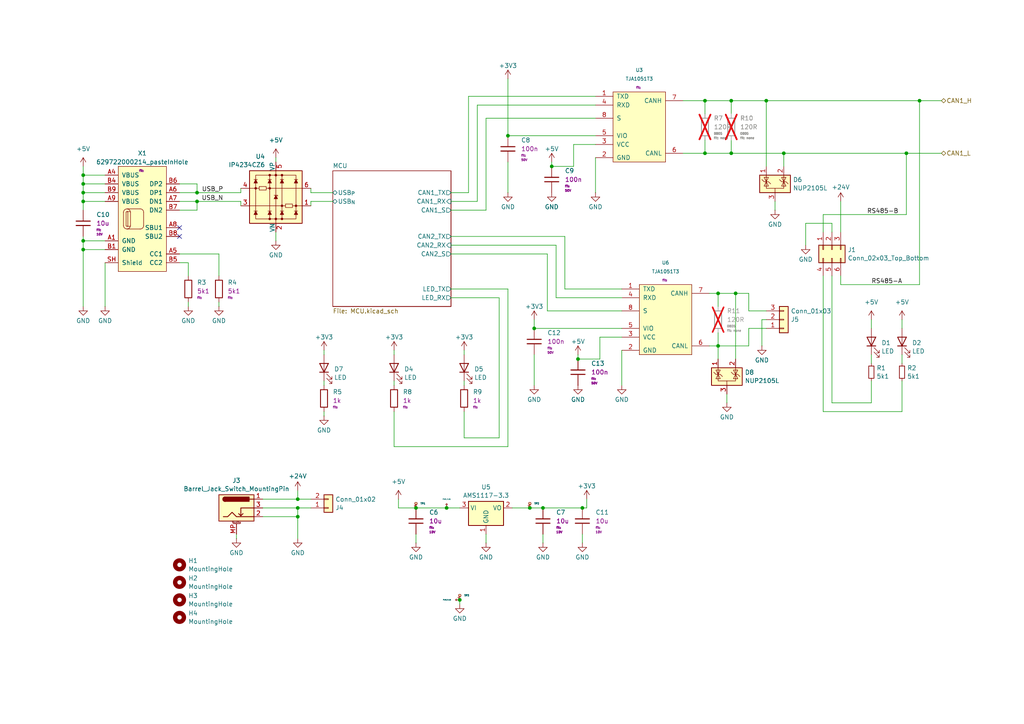
<source format=kicad_sch>
(kicad_sch (version 20250114) (generator "eeschema") (generator_version "9.0")
  (paper "A4")
  (lib_symbols
    (symbol "Cap_10Percent_E24_0603_X7R_50V_-40C-125C:100n_0603_X7R_10%_50V_-40C..125C_Chip-Capacitor" (pin_numbers (hide yes)) (pin_names (offset 0.254))
      (property "Reference" "C" (at 0.635 2.54 0))
      (property "DisplayValue" "100n" (at 0.635 -2.54 0))
      (property "Fit" "fit: " (at 7.62 -3.81 0))
      (property "CapRatedVoltage" "50V" (at 0 0 0))
      (symbol "100n_0603_X7R_10%_50V_-40C..125C_Chip-Capacitor_1_1"
        (pin passive line (at 0 3.81 270) (length 3.2004) (name "~") (number "1"))
        (pin passive line (at 0 -3.81 90) (length 2.9972) (name "~") (number "2"))
      )
    )
    (symbol "Cap_10Percent_E24_0805_X7R_X7S_multipleV_-40C-125C:10u_0805_X7R_10%_10V_-40C..125C_Chip-Capacitor" (pin_numbers (hide yes)) (pin_names (offset 0.254))
      (property "Reference" "C" (at 0.635 2.54 0))
      (property "DisplayValue" "10u" (at 0.635 -2.54 0))
      (property "Fit" "fit: " (at 7.62 -3.81 0))
      (property "CapRatedVoltage" "10V" (at 0 0 0))
      (symbol "10u_0805_X7R_10%_10V_-40C..125C_Chip-Capacitor_1_1"
        (pin passive line (at 0 3.81 270) (length 3.2004) (name "~") (number "1"))
        (pin passive line (at 0 -3.81 90) (length 2.9972) (name "~") (number "2"))
      )
    )
    (symbol "Connector:Barrel_Jack_Switch_MountingPin" (pin_names (hide yes))
      (property "Reference" "J" (at 0 5.334 0))
      (property "Value" "Barrel_Jack_Switch_MountingPin" (at 1.27 -6.35 0))
      (symbol "Barrel_Jack_Switch_MountingPin_1_1"
        (text "Mounting" (at 0 -4.191 0) (effects (font (size 0.381 0.381))))
        (pin passive line (at 0 -7.62 90) (length 3.048) (name "MountPin") (number "MP"))
        (pin passive line (at 7.62 2.54 180) (length 2.54) (name "~") (number "1"))
        (pin passive line (at 7.62 0 180) (length 2.54) (name "~") (number "3"))
        (pin passive line (at 7.62 -2.54 180) (length 2.54) (name "~") (number "2"))
      )
    )
    (symbol "Connector_Generic:Conn_01x02" (pin_names (offset 1.016) (hide yes))
      (property "Reference" "J" (at 0 2.54 0))
      (property "Value" "Conn_01x02" (at 0 -5.08 0))
      (symbol "Conn_01x02_1_1"
        (pin passive line (at -5.08 0 0) (length 3.81) (name "Pin_1") (number "1"))
        (pin passive line (at -5.08 -2.54 0) (length 3.81) (name "Pin_2") (number "2"))
      )
    )
    (symbol "Connector_Generic:Conn_01x03" (pin_names (offset 1.016) (hide yes))
      (property "Reference" "J" (at 0 5.08 0))
      (property "Value" "Conn_01x03" (at 0 -5.08 0))
      (symbol "Conn_01x03_1_1"
        (pin passive line (at -5.08 2.54 0) (length 3.81) (name "Pin_1") (number "1"))
        (pin passive line (at -5.08 0 0) (length 3.81) (name "Pin_2") (number "2"))
        (pin passive line (at -5.08 -2.54 0) (length 3.81) (name "Pin_3") (number "3"))
      )
    )
    (symbol "Connector_Generic:Conn_02x03_Top_Bottom" (pin_names (offset 1.016) (hide yes))
      (property "Reference" "J" (at 1.27 5.08 0))
      (property "Value" "Conn_02x03_Top_Bottom" (at 1.27 -5.08 0))
      (symbol "Conn_02x03_Top_Bottom_1_1"
        (pin passive line (at -5.08 2.54 0) (length 3.81) (name "Pin_1") (number "1"))
        (pin passive line (at -5.08 0 0) (length 3.81) (name "Pin_2") (number "2"))
        (pin passive line (at -5.08 -2.54 0) (length 3.81) (name "Pin_3") (number "3"))
        (pin passive line (at 7.62 2.54 180) (length 3.81) (name "Pin_4") (number "4"))
        (pin passive line (at 7.62 0 180) (length 3.81) (name "Pin_5") (number "5"))
        (pin passive line (at 7.62 -2.54 180) (length 3.81) (name "Pin_6") (number "6"))
      )
    )
    (symbol "Device:LED" (pin_numbers (hide yes)) (pin_names (offset 1.016) (hide yes))
      (property "Reference" "D" (at 0 2.54 0))
      (property "Value" "LED" (at 0 -2.54 0))
      (symbol "LED_1_1"
        (pin passive line (at -3.81 0 0) (length 2.54) (name "K") (number "1"))
        (pin passive line (at 3.81 0 180) (length 2.54) (name "A") (number "2"))
      )
    )
    (symbol "Device:R_Small" (pin_numbers (hide yes)) (pin_names (offset 0.254) (hide yes))
      (property "Reference" "R" (at 0.762 0.508 0))
      (property "Value" "R_Small" (at 0.762 -1.016 0))
      (symbol "R_Small_1_1"
        (pin passive line (at 0 2.54 270) (length 0.762) (name "~") (number "1"))
        (pin passive line (at 0 -2.54 90) (length 0.762) (name "~") (number "2"))
      )
    )
    (symbol "Mechanical:MountingHole" (pin_names (offset 1.016)) (in_bom no)
      (property "Reference" "H" (at 0 5.08 0))
      (property "Value" "MountingHole" (at 0 3.175 0))
    )
    (symbol "Power_Protection:IP4234CZ6" (pin_names (offset 0))
      (property "Reference" "U" (at -6.35 8.89 0))
      (property "Value" "IP4234CZ6" (at 2.794 8.89 0))
      (symbol "IP4234CZ6_1_1"
        (pin passive line (at -10.16 2.54 0) (length 2.54) (name "") (number "6"))
        (pin passive line (at -10.16 -2.54 0) (length 2.54) (name "") (number "1"))
        (pin passive line (at 0 10.16 270) (length 2.54) (name "VP") (number "5"))
        (pin passive line (at 0 -10.16 90) (length 2.54) (name "VN") (number "2"))
        (pin passive line (at 10.16 2.54 180) (length 2.54) (name "") (number "4"))
        (pin passive line (at 10.16 -2.54 180) (length 2.54) (name "") (number "3"))
      )
    )
    (symbol "Power_Protection:NUP2105L" (pin_names (hide yes))
      (property "Reference" "D" (at 5.715 2.54 0))
      (property "Value" "NUP2105L" (at 5.715 0.635 0))
      (symbol "NUP2105L_0_0"
        (pin passive line (at 0 -5.08 90) (length 2.54) (name "A") (number "3"))
      )
      (symbol "NUP2105L_1_1"
        (pin passive line (at -2.54 5.08 270) (length 2.54) (name "K") (number "1"))
        (pin passive line (at 2.54 5.08 270) (length 2.54) (name "K") (number "2"))
      )
    )
    (symbol "Regulator_Linear:AMS1117-3.3"
      (property "Reference" "U" (at -3.81 3.175 0))
      (property "Value" "AMS1117-3.3" (at 0 3.175 0))
      (symbol "AMS1117-3.3_1_1"
        (pin power_in line (at -7.62 0 0) (length 2.54) (name "VI") (number "3"))
        (pin power_in line (at 0 -7.62 90) (length 2.54) (name "GND") (number "1"))
        (pin power_out line (at 7.62 0 180) (length 2.54) (name "VO") (number "2"))
      )
    )
    (symbol "Res_1Percent_E24_0603_100mW_-40C-90C:1k_0603_100mW_1%_E24_Chip-Resistor" (pin_numbers (hide yes)) (pin_names (offset 0))
      (property "Reference" "R" (at 2.032 0 90))
      (property "DisplayValue" "1k" (at -0.0254 -0.0508 90))
      (property "Fit" "fit: " (at 7.62 -3.81 0))
      (symbol "1k_0603_100mW_1%_E24_Chip-Resistor_1_1"
        (pin passive line (at 0 3.81 270) (length 1.27) (name "~") (number "1"))
        (pin passive line (at 0 -3.81 90) (length 1.27) (name "~") (number "2"))
      )
    )
    (symbol "Res_1Percent_E24_0603_100mW_-40C-90C:5k1_0603_100mW_1%_E24_Chip-Resistor" (pin_numbers (hide yes)) (pin_names (offset 0))
      (property "Reference" "R" (at 2.032 0 90))
      (property "DisplayValue" "5k1" (at -0.0254 -0.0508 90))
      (property "Fit" "fit: " (at 7.62 -3.81 0))
      (symbol "5k1_0603_100mW_1%_E24_Chip-Resistor_1_1"
        (pin passive line (at 0 3.81 270) (length 1.27) (name "~") (number "1"))
        (pin passive line (at 0 -3.81 90) (length 1.27) (name "~") (number "2"))
      )
    )
    (symbol "Res_1Percent_E24_0805_125mW_-40C-90C:120R_0805_125mW_1%_E24_Chip-Resistor" (pin_numbers (hide yes)) (pin_names (offset 0))
      (property "Reference" "R" (at 2.032 0 90))
      (property "DisplayValue" "120R" (at -0.0254 -0.0508 90))
      (property "Fit" "fit: " (at 7.62 -3.81 0))
      (symbol "120R_0805_125mW_1%_E24_Chip-Resistor_1_1"
        (pin passive line (at 0 3.81 270) (length 1.27) (name "~") (number "1"))
        (pin passive line (at 0 -3.81 90) (length 1.27) (name "~") (number "2"))
      )
    )
    (symbol "generic-connectors:TP2.0mm" (pin_names (offset 1.016))
      (property "Reference" "TP" (at 1.27 2.54 0))
      (symbol "TP2.0mm_1_1"
        (pin passive line (at 0 0 0) (length 1.27) (name "~") (number "1"))
      )
    )
    (symbol "nxp:TJA1051T3" (pin_names (offset 1.016))
      (property "Reference" "U" (at 0 -11.43 0))
      (property "Value" "TJA1051T3" (at 0 11.43 0))
      (property "Fit" "fit: " (at 0 0 0))
      (symbol "TJA1051T3_1_1"
        (pin input line (at -12.7 8.89 0) (length 5.08) (name "TXD") (number "1"))
        (pin output line (at -12.7 6.35 0) (length 5.08) (name "RXD") (number "4"))
        (pin input line (at -12.7 2.54 0) (length 5.08) (name "S") (number "8"))
        (pin power_in line (at -12.7 -2.54 0) (length 5.08) (name "VIO") (number "5"))
        (pin power_in line (at -12.7 -5.08 0) (length 5.08) (name "VCC") (number "3"))
        (pin power_in line (at -12.7 -8.89 0) (length 5.08) (name "GND") (number "2"))
        (pin open_emitter line (at 12.7 7.62 180) (length 5.08) (name "CANH") (number "7"))
        (pin open_collector line (at 12.7 -7.62 180) (length 5.08) (name "CANL") (number "6"))
      )
    )
    (symbol "power:+24V" (power) (pin_numbers (hide yes)) (pin_names (offset 0) (hide yes))
      (property "Value" "+24V" (at 0 3.556 0))
      (symbol "+24V_1_1"
        (pin power_in line (at 0 0 90) (length 0) (name "~") (number "1"))
      )
    )
    (symbol "power:GND" (power) (pin_numbers (hide yes)) (pin_names (offset 0) (hide yes))
      (property "Value" "GND" (at 0 -3.81 0))
      (symbol "GND_1_1"
        (pin power_in line (at 0 0 270) (length 0) (name "~") (number "1"))
      )
    )
    (symbol "powerport:+3V3" (power) (pin_names (offset 0))
      (property "Value" "+3V3" (at 0 3.556 0))
      (symbol "+3V3_1_1"
        (pin power_in line (at 0 0 90) (length 0) (hide yes) (name "+3V3") (number "1"))
      )
    )
    (symbol "powerport:+5V" (power) (pin_names (offset 0))
      (property "Value" "+5V" (at 0 3.556 0))
      (symbol "+5V_1_1"
        (pin power_in line (at 0 0 90) (length 0) (hide yes) (name "+5V") (number "1"))
      )
    )
    (symbol "powerport:PWR_FLAG" (power) (pin_numbers (hide yes)) (pin_names (offset 0) (hide yes))
      (property "Value" "PWR_FLAG" (at -0.254 2.286 0))
      (symbol "PWR_FLAG_0_0"
        (pin power_out line (at 0 0 90) (length 0) (name "pwr") (number "1"))
      )
    )
    (symbol "wuerth:629722000214_pasteInHole" (pin_names (offset 1.016))
      (property "Reference" "X1" (at -0.635 19.05 0))
      (property "Value" "629722000214_pasteInHole" (at -0.635 16.51 0))
      (property "Fit" "fit: " (at -0.635 13.97 0))
      (symbol "629722000214_pasteInHole_1_1"
        (pin passive line (at -11.43 12.7 0) (length 3.81) (name "VBUS") (number "A4"))
        (pin passive line (at -11.43 10.16 0) (length 3.81) (name "VBUS") (number "B4"))
        (pin passive line (at -11.43 7.62 0) (length 3.81) (name "VBUS") (number "B9"))
        (pin passive line (at -11.43 5.08 0) (length 3.81) (name "VBUS") (number "A9"))
        (pin passive line (at -11.43 -6.35 0) (length 3.81) (name "GND") (number "A1"))
        (pin passive line (at -11.43 -8.89 0) (length 3.81) (name "GND") (number "B1"))
        (pin passive line (at -11.43 -12.7 0) (length 3.81) (name "Shield") (number "SH"))
        (pin passive line (at 10.16 10.16 180) (length 3.81) (name "DP2") (number "B6"))
        (pin passive line (at 10.16 7.62 180) (length 3.81) (name "DP1") (number "A6"))
        (pin passive line (at 10.16 5.08 180) (length 3.81) (name "DN1") (number "A7"))
        (pin passive line (at 10.16 2.54 180) (length 3.81) (name "DN2") (number "B7"))
        (pin passive line (at 10.16 -2.54 180) (length 3.81) (name "SBU1") (number "A8"))
        (pin passive line (at 10.16 -5.08 180) (length 3.81) (name "SBU2") (number "B8"))
        (pin passive line (at 10.16 -10.16 180) (length 3.81) (name "CC1") (number "A5"))
        (pin passive line (at 10.16 -12.7 180) (length 3.81) (name "CC2") (number "B5"))
      )
    )
  )
  (junction (at 262.89 44.45))
  (junction (at 208.28 85.09))
  (junction (at 24.13 58.42))
  (junction (at 204.47 44.45))
  (junction (at 57.15 55.88))
  (junction (at 208.28 100.33))
  (junction (at 24.13 69.85))
  (junction (at 157.48 147.32))
  (junction (at 129.54 147.32))
  (junction (at 212.09 44.45))
  (junction (at 86.36 149.86))
  (junction (at 154.94 95.25))
  (junction (at 167.64 104.14))
  (junction (at 133.35 173.99))
  (junction (at 227.33 44.45))
  (junction (at 24.13 55.88))
  (junction (at 147.32 39.37))
  (junction (at 24.13 72.39))
  (junction (at 213.36 85.09))
  (junction (at 24.13 53.34))
  (junction (at 120.65 147.32))
  (junction (at 86.36 144.78))
  (junction (at 222.25 29.21))
  (junction (at 266.7 29.21))
  (junction (at 212.09 29.21))
  (junction (at 57.15 58.42))
  (junction (at 160.02 48.26))
  (junction (at 24.13 50.8))
  (junction (at 153.67 147.32))
  (junction (at 168.91 147.32))
  (junction (at 86.36 147.32))
  (junction (at 204.47 29.21))
  (no_connect (at 52.07 66.04))
  (no_connect (at 52.07 68.58))
  (wire (pts (xy 69.85 58.42) (xy 69.85 59.69)))
  (wire (pts (xy 208.28 100.33) (xy 208.28 104.14)))
  (wire (pts (xy 222.25 29.21) (xy 222.25 48.26)))
  (wire (pts (xy 220.98 92.71) (xy 220.98 100.33)))
  (wire (pts (xy 135.89 27.94) (xy 172.72 27.94)))
  (wire (pts (xy 57.15 58.42) (xy 69.85 58.42)))
  (wire (pts (xy 86.36 156.21) (xy 86.36 149.86)))
  (wire (pts (xy 241.3 80.01) (xy 241.3 116.84)))
  (wire (pts (xy 147.32 22.86) (xy 147.32 39.37)))
  (wire (pts (xy 208.28 100.33) (xy 208.28 96.52)))
  (wire (pts (xy 252.73 116.84) (xy 252.73 110.49)))
  (wire (pts (xy 93.98 101.6) (xy 93.98 102.87)))
  (wire (pts (xy 69.85 54.61) (xy 69.85 55.88)))
  (wire (pts (xy 54.61 76.2) (xy 54.61 80.01)))
  (wire (pts (xy 243.84 58.42) (xy 243.84 67.31)))
  (wire (pts (xy 210.82 114.3) (xy 210.82 116.84)))
  (wire (pts (xy 262.89 44.45) (xy 273.05 44.45)))
  (wire (pts (xy 160.02 46.99) (xy 160.02 48.26)))
  (wire (pts (xy 130.81 73.66) (xy 158.75 73.66)))
  (wire (pts (xy 204.47 29.21) (xy 212.09 29.21)))
  (wire (pts (xy 24.13 88.9) (xy 24.13 72.39)))
  (wire (pts (xy 154.94 92.71) (xy 154.94 95.25)))
  (wire (pts (xy 212.09 29.21) (xy 222.25 29.21)))
  (wire (pts (xy 205.74 85.09) (xy 208.28 85.09)))
  (wire (pts (xy 138.43 58.42) (xy 138.43 30.48)))
  (wire (pts (xy 144.78 127) (xy 144.78 86.36)))
  (wire (pts (xy 120.65 147.32) (xy 129.54 147.32)))
  (wire (pts (xy 114.3 119.38) (xy 114.3 129.54)))
  (wire (pts (xy 227.33 44.45) (xy 227.33 48.26)))
  (wire (pts (xy 63.5 88.9) (xy 63.5 87.63)))
  (wire (pts (xy 243.84 82.55) (xy 266.7 82.55)))
  (wire (pts (xy 168.91 147.32) (xy 170.18 147.32)))
  (wire (pts (xy 134.62 101.6) (xy 134.62 102.87)))
  (wire (pts (xy 120.65 154.94) (xy 120.65 157.48)))
  (wire (pts (xy 115.57 144.78) (xy 115.57 147.32)))
  (wire (pts (xy 24.13 72.39) (xy 30.48 72.39)))
  (wire (pts (xy 160.02 48.26) (xy 166.37 48.26)))
  (wire (pts (xy 147.32 46.99) (xy 147.32 55.88)))
  (wire (pts (xy 147.32 83.82) (xy 147.32 129.54)))
  (wire (pts (xy 213.36 104.14) (xy 213.36 85.09)))
  (wire (pts (xy 80.01 69.85) (xy 80.01 67.31)))
  (wire (pts (xy 222.25 95.25) (xy 217.17 95.25)))
  (wire (pts (xy 86.36 147.32) (xy 86.36 149.86)))
  (wire (pts (xy 90.17 54.61) (xy 90.17 55.88)))
  (wire (pts (xy 90.17 58.42) (xy 90.17 59.69)))
  (wire (pts (xy 154.94 102.87) (xy 154.94 111.76)))
  (wire (pts (xy 238.76 62.23) (xy 262.89 62.23)))
  (wire (pts (xy 266.7 29.21) (xy 273.05 29.21)))
  (wire (pts (xy 63.5 73.66) (xy 63.5 80.01)))
  (wire (pts (xy 93.98 120.65) (xy 93.98 119.38)))
  (wire (pts (xy 30.48 88.9) (xy 30.48 76.2)))
  (wire (pts (xy 135.89 55.88) (xy 135.89 27.94)))
  (wire (pts (xy 238.76 119.38) (xy 261.62 119.38)))
  (wire (pts (xy 180.34 86.36) (xy 161.29 86.36)))
  (wire (pts (xy 167.64 104.14) (xy 173.99 104.14)))
  (wire (pts (xy 241.3 64.77) (xy 241.3 67.31)))
  (wire (pts (xy 147.32 129.54) (xy 114.3 129.54)))
  (wire (pts (xy 24.13 68.58) (xy 24.13 69.85)))
  (wire (pts (xy 173.99 104.14) (xy 173.99 97.79)))
  (wire (pts (xy 93.98 110.49) (xy 93.98 111.76)))
  (wire (pts (xy 90.17 58.42) (xy 96.52 58.42)))
  (wire (pts (xy 161.29 71.12) (xy 130.81 71.12)))
  (wire (pts (xy 212.09 44.45) (xy 227.33 44.45)))
  (wire (pts (xy 86.36 149.86) (xy 76.2 149.86)))
  (wire (pts (xy 24.13 72.39) (xy 24.13 69.85)))
  (wire (pts (xy 68.58 154.94) (xy 68.58 156.21)))
  (wire (pts (xy 217.17 95.25) (xy 217.17 100.33)))
  (wire (pts (xy 144.78 86.36) (xy 130.81 86.36)))
  (wire (pts (xy 52.07 58.42) (xy 57.15 58.42)))
  (wire (pts (xy 217.17 100.33) (xy 208.28 100.33)))
  (wire (pts (xy 140.97 34.29) (xy 172.72 34.29)))
  (wire (pts (xy 114.3 110.49) (xy 114.3 111.76)))
  (wire (pts (xy 243.84 80.01) (xy 243.84 82.55)))
  (wire (pts (xy 222.25 92.71) (xy 220.98 92.71)))
  (wire (pts (xy 57.15 58.42) (xy 57.15 60.96)))
  (wire (pts (xy 161.29 86.36) (xy 161.29 71.12)))
  (wire (pts (xy 54.61 88.9) (xy 54.61 87.63)))
  (wire (pts (xy 90.17 55.88) (xy 96.52 55.88)))
  (wire (pts (xy 262.89 44.45) (xy 262.89 62.23)))
  (wire (pts (xy 217.17 90.17) (xy 217.17 85.09)))
  (wire (pts (xy 172.72 45.72) (xy 172.72 55.88)))
  (wire (pts (xy 24.13 48.26) (xy 24.13 50.8)))
  (wire (pts (xy 157.48 147.32) (xy 168.91 147.32)))
  (wire (pts (xy 222.25 29.21) (xy 266.7 29.21)))
  (wire (pts (xy 241.3 116.84) (xy 252.73 116.84)))
  (wire (pts (xy 147.32 39.37) (xy 172.72 39.37)))
  (wire (pts (xy 52.07 60.96) (xy 57.15 60.96)))
  (wire (pts (xy 261.62 92.71) (xy 261.62 95.25)))
  (wire (pts (xy 130.81 55.88) (xy 135.89 55.88)))
  (wire (pts (xy 130.81 68.58) (xy 163.83 68.58)))
  (wire (pts (xy 76.2 144.78) (xy 86.36 144.78)))
  (wire (pts (xy 24.13 55.88) (xy 24.13 58.42)))
  (wire (pts (xy 52.07 73.66) (xy 63.5 73.66)))
  (wire (pts (xy 24.13 58.42) (xy 24.13 60.96)))
  (wire (pts (xy 261.62 102.87) (xy 261.62 105.41)))
  (wire (pts (xy 134.62 127) (xy 144.78 127)))
  (wire (pts (xy 213.36 85.09) (xy 208.28 85.09)))
  (wire (pts (xy 80.01 45.72) (xy 80.01 46.99)))
  (wire (pts (xy 76.2 147.32) (xy 86.36 147.32)))
  (wire (pts (xy 130.81 58.42) (xy 138.43 58.42)))
  (wire (pts (xy 57.15 53.34) (xy 57.15 55.88)))
  (wire (pts (xy 129.54 147.32) (xy 133.35 147.32)))
  (wire (pts (xy 208.28 85.09) (xy 208.28 88.9)))
  (wire (pts (xy 166.37 41.91) (xy 172.72 41.91)))
  (wire (pts (xy 24.13 50.8) (xy 30.48 50.8)))
  (wire (pts (xy 266.7 29.21) (xy 266.7 82.55)))
  (wire (pts (xy 52.07 55.88) (xy 57.15 55.88)))
  (wire (pts (xy 204.47 29.21) (xy 204.47 33.02)))
  (wire (pts (xy 24.13 50.8) (xy 24.13 53.34)))
  (wire (pts (xy 134.62 127) (xy 134.62 119.38)))
  (wire (pts (xy 86.36 147.32) (xy 90.17 147.32)))
  (wire (pts (xy 114.3 101.6) (xy 114.3 102.87)))
  (wire (pts (xy 24.13 69.85) (xy 30.48 69.85)))
  (wire (pts (xy 204.47 40.64) (xy 204.47 44.45)))
  (wire (pts (xy 163.83 83.82) (xy 180.34 83.82)))
  (wire (pts (xy 158.75 73.66) (xy 158.75 90.17)))
  (wire (pts (xy 52.07 76.2) (xy 54.61 76.2)))
  (wire (pts (xy 173.99 97.79) (xy 180.34 97.79)))
  (wire (pts (xy 24.13 53.34) (xy 24.13 55.88)))
  (wire (pts (xy 134.62 110.49) (xy 134.62 111.76)))
  (wire (pts (xy 115.57 147.32) (xy 120.65 147.32)))
  (wire (pts (xy 238.76 67.31) (xy 238.76 62.23)))
  (wire (pts (xy 86.36 144.78) (xy 86.36 142.24)))
  (wire (pts (xy 157.48 154.94) (xy 157.48 157.48)))
  (wire (pts (xy 168.91 154.94) (xy 168.91 157.48)))
  (wire (pts (xy 24.13 53.34) (xy 30.48 53.34)))
  (wire (pts (xy 205.74 100.33) (xy 208.28 100.33)))
  (wire (pts (xy 52.07 53.34) (xy 57.15 53.34)))
  (wire (pts (xy 238.76 80.01) (xy 238.76 119.38)))
  (wire (pts (xy 166.37 48.26) (xy 166.37 41.91)))
  (wire (pts (xy 140.97 154.94) (xy 140.97 157.48)))
  (wire (pts (xy 167.64 102.87) (xy 167.64 104.14)))
  (wire (pts (xy 57.15 55.88) (xy 69.85 55.88)))
  (wire (pts (xy 233.68 71.12) (xy 233.68 64.77)))
  (wire (pts (xy 252.73 102.87) (xy 252.73 105.41)))
  (wire (pts (xy 130.81 60.96) (xy 140.97 60.96)))
  (wire (pts (xy 212.09 29.21) (xy 212.09 33.02)))
  (wire (pts (xy 222.25 90.17) (xy 217.17 90.17)))
  (wire (pts (xy 204.47 44.45) (xy 212.09 44.45)))
  (wire (pts (xy 212.09 40.64) (xy 212.09 44.45)))
  (wire (pts (xy 133.35 173.99) (xy 133.35 175.26)))
  (wire (pts (xy 204.47 44.45) (xy 198.12 44.45)))
  (wire (pts (xy 154.94 95.25) (xy 180.34 95.25)))
  (wire (pts (xy 180.34 101.6) (xy 180.34 111.76)))
  (wire (pts (xy 138.43 30.48) (xy 172.72 30.48)))
  (wire (pts (xy 227.33 44.45) (xy 262.89 44.45)))
  (wire (pts (xy 163.83 68.58) (xy 163.83 83.82)))
  (wire (pts (xy 86.36 144.78) (xy 90.17 144.78)))
  (wire (pts (xy 261.62 119.38) (xy 261.62 110.49)))
  (wire (pts (xy 217.17 85.09) (xy 213.36 85.09)))
  (wire (pts (xy 233.68 64.77) (xy 241.3 64.77)))
  (wire (pts (xy 130.81 83.82) (xy 147.32 83.82)))
  (wire (pts (xy 24.13 55.88) (xy 30.48 55.88)))
  (wire (pts (xy 140.97 60.96) (xy 140.97 34.29)))
  (wire (pts (xy 224.79 58.42) (xy 224.79 60.96)))
  (wire (pts (xy 198.12 29.21) (xy 204.47 29.21)))
  (wire (pts (xy 170.18 144.78) (xy 170.18 147.32)))
  (wire (pts (xy 252.73 92.71) (xy 252.73 95.25)))
  (wire (pts (xy 148.59 147.32) (xy 153.67 147.32)))
  (wire (pts (xy 158.75 90.17) (xy 180.34 90.17)))
  (wire (pts (xy 24.13 58.42) (xy 30.48 58.42)))
  (wire (pts (xy 153.67 147.32) (xy 157.48 147.32)))
  (label "RS485-B" (at 251.46 62.23 0))
  (label "USB_P" (at 64.77 55.88 180))
  (label "USB_N" (at 64.77 58.42 180))
  (label "RS485-A" (at 252.73 82.55 0))
  (hierarchical_label "CAN1_L" (shape bidirectional) (at 273.05 44.45 0))
  (hierarchical_label "CAN1_H" (shape bidirectional) (at 273.05 29.21 0))
  (symbol (lib_id "powerport:+5V") (at 80.01 45.72 0) (unit 1)
    (property "Reference" "#PWR032" (effects (hide yes)))
    (property "Value" "+5V" (at 80.01 40.64 0))
  )
  (symbol (lib_id "Connector:Barrel_Jack_Switch_MountingPin") (at 68.58 147.32 0) (unit 1)
    (property "Reference" "J3" (at 68.58 139.3655 0))
    (property "Value" "Barrel_Jack_Switch_MountingPin" (at 68.58 141.7898 0))
    (property "Footprint" "Connector_BarrelJack:BarrelJack_GCT_DCJ200-10-A_Horizontal" (effects (hide yes)))
    (property "Description" "DC Barrel Jack with an internal switch and a mounting pin" (effects (hide yes)))
  )
  (symbol (lib_id "Res_1Percent_E24_0805_125mW_-40C-90C:120R_0805_125mW_1%_E24_Chip-Resistor") (at 208.28 92.71 0) (unit 1) (dnp yes)
    (property "Reference" "R11" (at 210.82 90.17 0) (effects (justify left)))
    (property "Value" "120R_0805_125mW_1%_E24_Chip-Resistor" (effects (hide yes)))
    (property "Footprint" "Resistor_SMD:R_0805_2012Metric" (effects (hide yes)))
    (property "MPN" "any" (effects (hide yes)))
    (property "Manufacturer" "any" (effects (hide yes)))
    (property "DisplayValue" "120R" (at 210.82 92.71 0) (effects (justify left)))
    (property "Package" "0805" (at 210.82 94.615 0) (effects (font (size 0.635 0.635)) (justify left)))
    (property "Fit" "fit: none" (at 210.82 95.885 0) (effects (font (size 0.635 0.635)) (justify left)))
    (property "State" "legacy" (effects (hide yes)))
  )
  (symbol (lib_id "Power_Protection:NUP2105L") (at 210.82 109.22 0) (unit 1)
    (property "Reference" "D8" (at 216.027 108.0078 0) (effects (justify left)))
    (property "Value" "NUP2105L" (at 216.027 110.4321 0) (effects (justify left)))
    (property "Footprint" "Package_TO_SOT_SMD:SOT-23" (effects (hide yes)))
    (property "Datasheet" "https://www.onsemi.com/pub_link/Collateral/NUP2105L-D.PDF" (effects (hide yes)))
    (property "Description" "Dual Line CAN Bus Protector, 24Vrwm" (effects (hide yes)))
  )
  (symbol (lib_id "Regulator_Linear:AMS1117-3.3") (at 140.97 147.32 0) (unit 1)
    (property "Reference" "U5" (at 140.97 141.2705 0))
    (property "Value" "AMS1117-3.3" (at 140.97 143.6948 0))
    (property "Footprint" "Package_TO_SOT_SMD:SOT-223-3_TabPin2" (effects (hide yes)))
    (property "Datasheet" "http://www.advanced-monolithic.com/pdf/ds1117.pdf" (effects (hide yes)))
    (property "Description" "1A Low Dropout regulator, positive, 3.3V fixed output, SOT-223" (effects (hide yes)))
  )
  (symbol (lib_id "power:GND") (at 120.65 157.48 0) (unit 1)
    (property "Reference" "#PWR09" (effects (hide yes)))
    (property "Value" "GND" (at 120.65 161.6131 0))
    (property "Description" "Power symbol creates a global label with name \"GND\" , ground" (effects (hide yes)))
  )
  (symbol (lib_id "Device:LED") (at 261.62 99.06 90) (unit 1)
    (property "Reference" "D2" (at 264.541 99.4353 90) (effects (justify right)))
    (property "Value" "LED" (at 264.541 101.8596 90) (effects (justify right)))
    (property "Footprint" "LED_SMD:LED_0603_1608Metric" (effects (hide yes)))
    (property "Description" "Light emitting diode" (effects (hide yes)))
  )
  (symbol (lib_id "Connector_Generic:Conn_01x02") (at 95.25 147.32 0) (mirror x) (unit 1)
    (property "Reference" "J4" (at 97.282 147.2622 0) (effects (justify left)))
    (property "Value" "Conn_01x02" (at 97.282 144.8379 0) (effects (justify left)))
    (property "Footprint" "Connector_Molex:Molex_Micro-Fit_3.0_43045-0200_2x01_P3.00mm_Horizontal" (effects (hide yes)))
    (property "Description" "Generic connector, single row, 01x02, script generated (kicad-library-utils/schlib/autogen/connector/)" (effects (hide yes)))
  )
  (symbol (lib_id "wuerth:629722000214_pasteInHole") (at 41.91 63.5 0) (unit 1)
    (property "Reference" "X1" (at 41.275 44.45 0))
    (property "Value" "629722000214_pasteInHole" (at 41.275 46.99 0))
    (property "Footprint" "Connector_USB:USB_C_Receptacle_GCT_USB4105-xx-A_16P_TopMnt_Horizontal" (effects (hide yes)))
    (property "Datasheet" "$PTX_DATASHEETS/datasheets/Connectors/Wuerth_629722000214_USB-C_2.0_16Pin.pdf" (effects (hide yes)))
    (property "Fit" "fit: " (at 41.275 49.53 0) (effects (font (size 0.635 0.635))))
    (property "State" "reviewed" (effects (hide yes)))
    (property "Package" "SMD mfg-specific" (effects (hide yes)))
    (property "Tool" "None" (effects (hide yes)))
    (property "Manufacturer" "Würth Elektronik" (effects (hide yes)))
    (property "MPN" "629722000214" (effects (hide yes)))
  )
  (symbol (lib_id "powerport:+3V3") (at 170.18 144.78 0) (unit 1)
    (property "Reference" "#PWR027" (effects (hide yes)))
    (property "Value" "+3V3" (at 170.18 140.97 0))
  )
  (symbol (lib_id "Res_1Percent_E24_0603_100mW_-40C-90C:1k_0603_100mW_1%_E24_Chip-Resistor") (at 114.3 115.57 0) (unit 1)
    (property "Reference" "R8" (at 116.84 113.665 0) (effects (justify left)))
    (property "Value" "1k_0603_100mW_1%_E24_Chip-Resistor" (effects (hide yes)))
    (property "Footprint" "Resistor_SMD:R_0603_1608Metric" (effects (hide yes)))
    (property "MPN" "any" (effects (hide yes)))
    (property "Manufacturer" "any" (effects (hide yes)))
    (property "DisplayValue" "1k" (at 116.84 116.205 0) (effects (justify left)))
    (property "Fit" "fit: " (at 116.84 118.11 0) (effects (font (size 0.635 0.635)) (justify left)))
    (property "State" "legacy" (effects (hide yes)))
    (property "Package" "0603" (effects (hide yes)))
  )
  (symbol (lib_id "power:GND") (at 80.01 69.85 0) (unit 1)
    (property "Reference" "#PWR031" (effects (hide yes)))
    (property "Value" "GND" (at 80.01 73.9831 0))
    (property "Description" "Power symbol creates a global label with name \"GND\" , ground" (effects (hide yes)))
  )
  (symbol (lib_id "Power_Protection:IP4234CZ6") (at 80.01 57.15 0) (mirror y) (unit 1)
    (property "Reference" "U4" (at 76.8919 45.3855 0) (effects (justify left)))
    (property "Value" "IP4234CZ6" (at 76.8919 47.8098 0) (effects (justify left)))
    (property "Footprint" "Package_TO_SOT_SMD:SC-74-6_1.55x2.9mm_P0.95mm" (effects (hide yes)))
    (property "Datasheet" "https://assets.nexperia.com/documents/data-sheet/IP4234CZ6.pdf" (effects (hide yes)))
    (property "Description" "ESD Protection, 2 channel, USB 2.0 to IEC 61000-4-2 level 4, 5.5V, SOT457 (SC-74-6)" (effects (hide yes)))
  )
  (symbol (lib_id "power:GND") (at 157.48 157.48 0) (unit 1)
    (property "Reference" "#PWR010" (effects (hide yes)))
    (property "Value" "GND" (at 157.48 161.6131 0))
    (property "Description" "Power symbol creates a global label with name \"GND\" , ground" (effects (hide yes)))
  )
  (symbol (lib_id "Device:LED") (at 114.3 106.68 90) (unit 1)
    (property "Reference" "D4" (at 117.221 107.0553 90) (effects (justify right)))
    (property "Value" "LED" (at 117.221 109.4796 90) (effects (justify right)))
    (property "Footprint" "LED_SMD:LED_0603_1608Metric" (effects (hide yes)))
    (property "Description" "Light emitting diode" (effects (hide yes)))
  )
  (symbol (lib_id "Connector_Generic:Conn_02x03_Top_Bottom") (at 241.3 72.39 90) (mirror x) (unit 1)
    (property "Reference" "J1" (at 245.872 72.4478 90) (effects (justify right)))
    (property "Value" "Conn_02x03_Top_Bottom" (at 245.872 74.8721 90) (effects (justify right)))
    (property "Footprint" "Connector_Molex:Molex_Micro-Fit_3.0_43045-0610_2x03-1MP_P3.00mm_Horizontal" (effects (hide yes)))
    (property "Description" "Generic connector, double row, 02x03, top/bottom pin numbering scheme (row 1: 1...pins_per_row, row2: pins_per_row+1 ... num_pins), script generated (kicad-library-utils/schlib/autogen/connector/)" (effects (hide yes)))
  )
  (symbol (lib_id "Res_1Percent_E24_0805_125mW_-40C-90C:120R_0805_125mW_1%_E24_Chip-Resistor") (at 212.09 36.83 0) (unit 1) (dnp yes)
    (property "Reference" "R10" (at 214.63 34.29 0) (effects (justify left)))
    (property "Value" "120R_0805_125mW_1%_E24_Chip-Resistor" (effects (hide yes)))
    (property "Footprint" "Resistor_THT:R_Axial_DIN0411_L9.9mm_D3.6mm_P5.08mm_Vertical" (effects (hide yes)))
    (property "MPN" "any" (effects (hide yes)))
    (property "Manufacturer" "any" (effects (hide yes)))
    (property "DisplayValue" "120R" (at 214.63 36.83 0) (effects (justify left)))
    (property "Package" "0805" (at 214.63 38.735 0) (effects (font (size 0.635 0.635)) (justify left)))
    (property "Fit" "fit: none" (at 214.63 40.005 0) (effects (font (size 0.635 0.635)) (justify left)))
    (property "State" "legacy" (effects (hide yes)))
  )
  (symbol (lib_id "powerport:+3V3") (at 93.98 101.6 0) (unit 1)
    (property "Reference" "#PWR0101" (effects (hide yes)))
    (property "Value" "+3V3" (at 93.98 97.79 0))
  )
  (symbol (lib_id "generic-connectors:TP2.0mm") (at 153.67 147.32 90) (unit 1)
    (property "Reference" "TP2" (at 154.94 146.05 90) (effects (font (size 0.508 0.508)) (justify right)))
    (property "Value" "TP2.0mm" (effects (hide yes)))
    (property "Footprint" "TestPoint:TestPoint_Loop_D1.80mm_Drill1.0mm_Beaded" (effects (hide yes)))
    (property "Manufacturer" "any" (effects (hide yes)))
    (property "MPN" "any" (effects (hide yes)))
    (property "State" "reviewed" (effects (hide yes)))
    (property "Fit" "fit: " (effects (hide yes)))
    (property "Package" "SMD TP" (effects (hide yes)))
  )
  (symbol (lib_id "power:GND") (at 233.68 71.12 0) (unit 1)
    (property "Reference" "#PWR02" (effects (hide yes)))
    (property "Value" "GND" (at 233.68 75.2531 0))
    (property "Description" "Power symbol creates a global label with name \"GND\" , ground" (effects (hide yes)))
  )
  (symbol (lib_id "powerport:+3V3") (at 114.3 101.6 0) (unit 1)
    (property "Reference" "#PWR0102" (effects (hide yes)))
    (property "Value" "+3V3" (at 114.3 97.79 0))
  )
  (symbol (lib_id "Cap_10Percent_E24_0603_X7R_50V_-40C-125C:100n_0603_X7R_10%_50V_-40C..125C_Chip-Capacitor") (at 147.32 43.18 0) (unit 1)
    (property "Reference" "C8" (at 151.13 40.6527 0) (effects (justify left)))
    (property "Value" "100n_0603_X7R_10%_50V_-40C..125C_Chip-Capacitor" (effects (hide yes)))
    (property "Footprint" "Capacitor_SMD:C_0603_1608Metric" (effects (hide yes)))
    (property "MPN" "any" (effects (hide yes)))
    (property "Manufacturer" "any" (effects (hide yes)))
    (property "DisplayValue" "100n" (at 151.13 43.1927 0) (effects (justify left)))
    (property "Fit" "fit: " (at 151.13 45.0977 0) (effects (font (size 0.635 0.635)) (justify left)))
    (property "State" "legacy" (effects (hide yes)))
    (property "CapRatedVoltage" "50V" (at 151.13 46.3677 0) (effects (font (size 0.635 0.635)) (justify left)))
    (property "Package" "0603" (effects (hide yes)))
  )
  (symbol (lib_id "power:GND") (at 168.91 157.48 0) (unit 1)
    (property "Reference" "#PWR023" (effects (hide yes)))
    (property "Value" "GND" (at 168.91 161.6131 0))
    (property "Description" "Power symbol creates a global label with name \"GND\" , ground" (effects (hide yes)))
  )
  (symbol (lib_id "power:GND") (at 30.48 88.9 0) (unit 1)
    (property "Reference" "#PWR012" (effects (hide yes)))
    (property "Value" "GND" (at 30.48 93.0331 0))
    (property "Description" "Power symbol creates a global label with name \"GND\" , ground" (effects (hide yes)))
  )
  (symbol (lib_id "powerport:+5V") (at 115.57 144.78 0) (unit 1)
    (property "Reference" "#PWR026" (effects (hide yes)))
    (property "Value" "+5V" (at 115.57 139.7 0))
  )
  (symbol (lib_id "power:GND") (at 172.72 55.88 0) (unit 1)
    (property "Reference" "#PWR05" (effects (hide yes)))
    (property "Value" "GND" (at 172.72 60.0131 0))
    (property "Description" "Power symbol creates a global label with name \"GND\" , ground" (effects (hide yes)))
  )
  (symbol (lib_id "power:GND") (at 154.94 111.76 0) (unit 1)
    (property "Reference" "#PWR024" (effects (hide yes)))
    (property "Value" "GND" (at 154.94 115.8931 0))
    (property "Description" "Power symbol creates a global label with name \"GND\" , ground" (effects (hide yes)))
  )
  (symbol (lib_id "power:GND") (at 133.35 175.26 0) (unit 1)
    (property "Reference" "#PWR013" (effects (hide yes)))
    (property "Value" "GND" (at 133.35 179.3931 0))
    (property "Description" "Power symbol creates a global label with name \"GND\" , ground" (effects (hide yes)))
  )
  (symbol (lib_id "powerport:+5V") (at 167.64 102.87 0) (unit 1)
    (property "Reference" "#PWR042" (effects (hide yes)))
    (property "Value" "+5V" (at 167.64 99.06 0))
  )
  (symbol (lib_id "Mechanical:MountingHole") (at 52.07 173.99 0) (unit 1) (in_bom no)
    (property "Reference" "H3" (at 54.61 172.7778 0) (effects (justify left)))
    (property "Value" "MountingHole" (at 54.61 175.2021 0) (effects (justify left)))
    (property "Footprint" "MountingHole:MountingHole_3.2mm_M3_Pad_Via" (effects (hide yes)))
    (property "Description" "Mounting Hole without connection" (effects (hide yes)))
  )
  (symbol (lib_id "power:+24V") (at 86.36 142.24 0) (unit 1)
    (property "Reference" "#PWR018" (effects (hide yes)))
    (property "Value" "+24V" (at 86.36 138.1069 0))
    (property "Description" "Power symbol creates a global label with name \"+24V\"" (effects (hide yes)))
  )
  (symbol (lib_id "powerport:+5V") (at 252.73 92.71 0) (unit 1)
    (property "Reference" "#PWR039" (effects (hide yes)))
    (property "Value" "+5V" (at 252.73 87.63 0))
  )
  (symbol (lib_id "Cap_10Percent_E24_0603_X7R_50V_-40C-125C:100n_0603_X7R_10%_50V_-40C..125C_Chip-Capacitor") (at 154.94 99.06 0) (unit 1)
    (property "Reference" "C12" (at 158.75 96.5327 0) (effects (justify left)))
    (property "Value" "100n_0603_X7R_10%_50V_-40C..125C_Chip-Capacitor" (effects (hide yes)))
    (property "Footprint" "Capacitor_SMD:C_0603_1608Metric" (effects (hide yes)))
    (property "MPN" "any" (effects (hide yes)))
    (property "Manufacturer" "any" (effects (hide yes)))
    (property "DisplayValue" "100n" (at 158.75 99.0727 0) (effects (justify left)))
    (property "Fit" "fit: " (at 158.75 100.9777 0) (effects (font (size 0.635 0.635)) (justify left)))
    (property "State" "legacy" (effects (hide yes)))
    (property "CapRatedVoltage" "50V" (at 158.75 102.2477 0) (effects (font (size 0.635 0.635)) (justify left)))
    (property "Package" "0603" (effects (hide yes)))
  )
  (symbol (lib_id "Cap_10Percent_E24_0603_X7R_50V_-40C-125C:100n_0603_X7R_10%_50V_-40C..125C_Chip-Capacitor") (at 160.02 52.07 0) (unit 1)
    (property "Reference" "C9" (at 163.83 49.5427 0) (effects (justify left)))
    (property "Value" "100n_0603_X7R_10%_50V_-40C..125C_Chip-Capacitor" (effects (hide yes)))
    (property "Footprint" "Capacitor_SMD:C_0603_1608Metric" (effects (hide yes)))
    (property "MPN" "any" (effects (hide yes)))
    (property "Manufacturer" "any" (effects (hide yes)))
    (property "DisplayValue" "100n" (at 163.83 52.0827 0) (effects (justify left)))
    (property "Fit" "fit: " (at 163.83 53.9877 0) (effects (font (size 0.635 0.635)) (justify left)))
    (property "State" "legacy" (effects (hide yes)))
    (property "CapRatedVoltage" "50V" (at 163.83 55.2577 0) (effects (font (size 0.635 0.635)) (justify left)))
    (property "Package" "0603" (effects (hide yes)))
  )
  (symbol (lib_id "power:GND") (at 167.64 111.76 0) (unit 1)
    (property "Reference" "#PWR043" (effects (hide yes)))
    (property "Value" "GND" (at 167.64 115.8931 0))
    (property "Description" "Power symbol creates a global label with name \"GND\" , ground" (effects (hide yes)))
  )
  (symbol (lib_id "power:GND") (at 140.97 157.48 0) (unit 1)
    (property "Reference" "#PWR022" (effects (hide yes)))
    (property "Value" "GND" (at 140.97 161.6131 0))
    (property "Description" "Power symbol creates a global label with name \"GND\" , ground" (effects (hide yes)))
  )
  (symbol (lib_id "Cap_10Percent_E24_0805_X7R_X7S_multipleV_-40C-125C:10u_0805_X7R_10%_10V_-40C..125C_Chip-Capacitor") (at 157.48 151.13 0) (unit 1)
    (property "Reference" "C7" (at 161.29 148.6027 0) (effects (justify left)))
    (property "Value" "10u_0805_X7R_10%_10V_-40C..125C_Chip-Capacitor" (effects (hide yes)))
    (property "Footprint" "Capacitor_SMD:C_0805_2012Metric" (effects (hide yes)))
    (property "MPN" "any" (effects (hide yes)))
    (property "Manufacturer" "any" (effects (hide yes)))
    (property "DisplayValue" "10u" (at 161.29 151.1427 0) (effects (justify left)))
    (property "Fit" "fit: " (at 161.29 153.0477 0) (effects (font (size 0.635 0.635)) (justify left)))
    (property "State" "legacy" (effects (hide yes)))
    (property "CapRatedVoltage" "10V" (at 161.29 154.3177 0) (effects (font (size 0.635 0.635)) (justify left)))
    (property "Package" "0805" (effects (hide yes)))
  )
  (symbol (lib_id "Power_Protection:NUP2105L") (at 224.79 53.34 0) (unit 1)
    (property "Reference" "D6" (at 229.997 52.1278 0) (effects (justify left)))
    (property "Value" "NUP2105L" (at 229.997 54.5521 0) (effects (justify left)))
    (property "Footprint" "Package_TO_SOT_SMD:SOT-23" (effects (hide yes)))
    (property "Datasheet" "https://www.onsemi.com/pub_link/Collateral/NUP2105L-D.PDF" (effects (hide yes)))
    (property "Description" "Dual Line CAN Bus Protector, 24Vrwm" (effects (hide yes)))
  )
  (symbol (lib_id "power:GND") (at 160.02 55.88 0) (unit 1)
    (property "Reference" "#PWR06" (effects (hide yes)))
    (property "Value" "GND" (at 160.02 60.0131 0))
    (property "Description" "Power symbol creates a global label with name \"GND\" , ground" (effects (hide yes)))
  )
  (symbol (lib_id "power:GND") (at 68.58 156.21 0) (unit 1)
    (property "Reference" "#PWR020" (effects (hide yes)))
    (property "Value" "GND" (at 68.58 160.3431 0))
    (property "Description" "Power symbol creates a global label with name \"GND\" , ground" (effects (hide yes)))
  )
  (symbol (lib_id "power:GND") (at 224.79 60.96 0) (unit 1)
    (property "Reference" "#PWR015" (effects (hide yes)))
    (property "Value" "GND" (at 224.79 65.0931 0))
    (property "Description" "Power symbol creates a global label with name \"GND\" , ground" (effects (hide yes)))
  )
  (symbol (lib_id "power:GND") (at 210.82 116.84 0) (unit 1)
    (property "Reference" "#PWR045" (effects (hide yes)))
    (property "Value" "GND" (at 210.82 120.9731 0))
    (property "Description" "Power symbol creates a global label with name \"GND\" , ground" (effects (hide yes)))
  )
  (symbol (lib_id "Res_1Percent_E24_0805_125mW_-40C-90C:120R_0805_125mW_1%_E24_Chip-Resistor") (at 204.47 36.83 0) (unit 1) (dnp yes)
    (property "Reference" "R7" (at 207.01 34.29 0) (effects (justify left)))
    (property "Value" "120R_0805_125mW_1%_E24_Chip-Resistor" (effects (hide yes)))
    (property "Footprint" "Resistor_SMD:R_0805_2012Metric" (effects (hide yes)))
    (property "MPN" "any" (effects (hide yes)))
    (property "Manufacturer" "any" (effects (hide yes)))
    (property "DisplayValue" "120R" (at 207.01 36.83 0) (effects (justify left)))
    (property "Package" "0805" (at 207.01 38.735 0) (effects (font (size 0.635 0.635)) (justify left)))
    (property "Fit" "fit: none" (at 207.01 40.005 0) (effects (font (size 0.635 0.635)) (justify left)))
    (property "State" "legacy" (effects (hide yes)))
  )
  (symbol (lib_id "powerport:+5V") (at 261.62 92.71 0) (unit 1)
    (property "Reference" "#PWR040" (effects (hide yes)))
    (property "Value" "+5V" (at 261.62 87.63 0))
  )
  (symbol (lib_id "Cap_10Percent_E24_0805_X7R_X7S_multipleV_-40C-125C:10u_0805_X7R_10%_10V_-40C..125C_Chip-Capacitor") (at 24.13 64.77 0) (unit 1)
    (property "Reference" "C10" (at 27.94 62.2427 0) (effects (justify left)))
    (property "Value" "10u_0805_X7R_10%_10V_-40C..125C_Chip-Capacitor" (effects (hide yes)))
    (property "Footprint" "Capacitor_SMD:C_0805_2012Metric" (effects (hide yes)))
    (property "MPN" "any" (effects (hide yes)))
    (property "Manufacturer" "any" (effects (hide yes)))
    (property "DisplayValue" "10u" (at 27.94 64.7827 0) (effects (justify left)))
    (property "Fit" "fit: " (at 27.94 66.6877 0) (effects (font (size 0.635 0.635)) (justify left)))
    (property "State" "legacy" (effects (hide yes)))
    (property "CapRatedVoltage" "10V" (at 27.94 67.9577 0) (effects (font (size 0.635 0.635)) (justify left)))
    (property "Package" "0805" (effects (hide yes)))
  )
  (symbol (lib_id "Res_1Percent_E24_0603_100mW_-40C-90C:1k_0603_100mW_1%_E24_Chip-Resistor") (at 134.62 115.57 0) (unit 1)
    (property "Reference" "R9" (at 137.16 113.665 0) (effects (justify left)))
    (property "Value" "1k_0603_100mW_1%_E24_Chip-Resistor" (effects (hide yes)))
    (property "Footprint" "Resistor_SMD:R_0603_1608Metric" (effects (hide yes)))
    (property "MPN" "any" (effects (hide yes)))
    (property "Manufacturer" "any" (effects (hide yes)))
    (property "DisplayValue" "1k" (at 137.16 116.205 0) (effects (justify left)))
    (property "Fit" "fit: " (at 137.16 118.11 0) (effects (font (size 0.635 0.635)) (justify left)))
    (property "State" "legacy" (effects (hide yes)))
    (property "Package" "0603" (effects (hide yes)))
  )
  (symbol (lib_id "power:GND") (at 220.98 100.33 0) (unit 1)
    (property "Reference" "#PWR046" (effects (hide yes)))
    (property "Value" "GND" (at 220.98 104.4631 0))
    (property "Description" "Power symbol creates a global label with name \"GND\" , ground" (effects (hide yes)))
  )
  (symbol (lib_id "Mechanical:MountingHole") (at 52.07 179.07 0) (unit 1) (in_bom no)
    (property "Reference" "H4" (at 54.61 177.8578 0) (effects (justify left)))
    (property "Value" "MountingHole" (at 54.61 180.2821 0) (effects (justify left)))
    (property "Footprint" "MountingHole:MountingHole_3.2mm_M3_Pad_Via" (effects (hide yes)))
    (property "Description" "Mounting Hole without connection" (effects (hide yes)))
  )
  (symbol (lib_id "power:GND") (at 86.36 156.21 0) (unit 1)
    (property "Reference" "#PWR019" (effects (hide yes)))
    (property "Value" "GND" (at 86.36 160.3431 0))
    (property "Description" "Power symbol creates a global label with name \"GND\" , ground" (effects (hide yes)))
  )
  (symbol (lib_id "powerport:+3V3") (at 147.32 22.86 0) (unit 1)
    (property "Reference" "#PWR025" (effects (hide yes)))
    (property "Value" "+3V3" (at 147.32 19.05 0))
  )
  (symbol (lib_id "power:GND") (at 93.98 120.65 0) (unit 1)
    (property "Reference" "#PWR08" (effects (hide yes)))
    (property "Value" "GND" (at 93.98 124.7831 0))
    (property "Description" "Power symbol creates a global label with name \"GND\" , ground" (effects (hide yes)))
  )
  (symbol (lib_id "Device:R_Small") (at 261.62 107.95 0) (unit 1)
    (property "Reference" "R2" (at 263.1186 106.7378 0) (effects (justify left)))
    (property "Value" "5k1" (at 263.1186 109.1621 0) (effects (justify left)))
    (property "Footprint" "Resistor_SMD:R_0603_1608Metric" (effects (hide yes)))
    (property "Description" "Resistor, small symbol" (effects (hide yes)))
  )
  (symbol (lib_id "power:GND") (at 63.5 88.9 0) (unit 1)
    (property "Reference" "#PWR028" (effects (hide yes)))
    (property "Value" "GND" (at 63.5 93.0331 0))
    (property "Description" "Power symbol creates a global label with name \"GND\" , ground" (effects (hide yes)))
  )
  (symbol (lib_id "Device:LED") (at 93.98 106.68 90) (unit 1)
    (property "Reference" "D7" (at 96.901 107.0553 90) (effects (justify right)))
    (property "Value" "LED" (at 96.901 109.4796 90) (effects (justify right)))
    (property "Footprint" "LED_SMD:LED_0603_1608Metric" (effects (hide yes)))
    (property "Description" "Light emitting diode" (effects (hide yes)))
  )
  (symbol (lib_id "nxp:TJA1051T3") (at 185.42 36.83 0) (unit 1)
    (property "Reference" "U3" (at 185.42 20.32 0) (effects (font (size 0.9906 0.9906))))
    (property "Value" "TJA1051T3" (at 185.42 22.86 0) (effects (font (size 0.9906 0.9906))))
    (property "Footprint" "Package_SO:SOIC-8_3.9x4.9mm_P1.27mm" (effects (hide yes)))
    (property "Datasheet" "$PTX_DATASHEETS/datasheets/CAN/NXP-TJA1051-rev09.pdf" (effects (hide yes)))
    (property "Fit" "fit: " (at 185.42 25.4 0) (effects (font (size 0.635 0.635))))
    (property "State" "reviewed" (effects (hide yes)))
    (property "Manufacturer" "NXP" (effects (hide yes)))
    (property "MPN" "TJA1051T/3" (effects (hide yes)))
    (property "Package" "SOIC-8_3.90mmx4.90mm_Pitch1.27mm" (effects (hide yes)))
  )
  (symbol (lib_id "powerport:+5V") (at 24.13 48.26 0) (unit 1)
    (property "Reference" "#PWR0104" (effects (hide yes)))
    (property "Value" "+5V" (at 24.13 43.18 0))
  )
  (symbol (lib_id "Mechanical:MountingHole") (at 52.07 163.83 0) (unit 1) (in_bom no)
    (property "Reference" "H1" (at 54.61 162.6178 0) (effects (justify left)))
    (property "Value" "MountingHole" (at 54.61 165.0421 0) (effects (justify left)))
    (property "Footprint" "MountingHole:MountingHole_3.2mm_M3_Pad_Via" (effects (hide yes)))
    (property "Description" "Mounting Hole without connection" (effects (hide yes)))
  )
  (symbol (lib_id "power:GND") (at 54.61 88.9 0) (unit 1)
    (property "Reference" "#PWR014" (effects (hide yes)))
    (property "Value" "GND" (at 54.61 93.0331 0))
    (property "Description" "Power symbol creates a global label with name \"GND\" , ground" (effects (hide yes)))
  )
  (symbol (lib_id "power:GND") (at 147.32 55.88 0) (unit 1)
    (property "Reference" "#PWR07" (effects (hide yes)))
    (property "Value" "GND" (at 147.32 60.0131 0))
    (property "Description" "Power symbol creates a global label with name \"GND\" , ground" (effects (hide yes)))
  )
  (symbol (lib_id "Mechanical:MountingHole") (at 52.07 168.91 0) (unit 1) (in_bom no)
    (property "Reference" "H2" (at 54.61 167.6978 0) (effects (justify left)))
    (property "Value" "MountingHole" (at 54.61 170.1221 0) (effects (justify left)))
    (property "Footprint" "MountingHole:MountingHole_3.2mm_M3_Pad_Via" (effects (hide yes)))
    (property "Description" "Mounting Hole without connection" (effects (hide yes)))
  )
  (symbol (lib_id "powerport:+3V3") (at 134.62 101.6 0) (unit 1)
    (property "Reference" "#PWR0103" (effects (hide yes)))
    (property "Value" "+3V3" (at 134.62 97.79 0))
  )
  (symbol (lib_id "Cap_10Percent_E24_0805_X7R_X7S_multipleV_-40C-125C:10u_0805_X7R_10%_10V_-40C..125C_Chip-Capacitor") (at 168.91 151.13 0) (unit 1)
    (property "Reference" "C11" (at 172.72 148.6027 0) (effects (justify left)))
    (property "Value" "10u_0805_X7R_10%_10V_-40C..125C_Chip-Capacitor" (effects (hide yes)))
    (property "Footprint" "Capacitor_SMD:C_0805_2012Metric" (effects (hide yes)))
    (property "MPN" "any" (effects (hide yes)))
    (property "Manufacturer" "any" (effects (hide yes)))
    (property "DisplayValue" "10u" (at 172.72 151.1427 0) (effects (justify left)))
    (property "Fit" "fit: " (at 172.72 153.0477 0) (effects (font (size 0.635 0.635)) (justify left)))
    (property "State" "legacy" (effects (hide yes)))
    (property "CapRatedVoltage" "10V" (at 172.72 154.3177 0) (effects (font (size 0.635 0.635)) (justify left)))
    (property "Package" "0805" (effects (hide yes)))
  )
  (symbol (lib_id "Res_1Percent_E24_0603_100mW_-40C-90C:5k1_0603_100mW_1%_E24_Chip-Resistor") (at 63.5 83.82 0) (unit 1)
    (property "Reference" "R4" (at 66.04 81.9149 0) (effects (justify left)))
    (property "Value" "5k1_0603_100mW_1%_E24_Chip-Resistor" (effects (hide yes)))
    (property "Footprint" "Resistor_SMD:R_0603_1608Metric" (effects (hide yes)))
    (property "MPN" "any" (effects (hide yes)))
    (property "Manufacturer" "any" (effects (hide yes)))
    (property "DisplayValue" "5k1" (at 66.04 84.4549 0) (effects (justify left)))
    (property "Fit" "fit: " (at 66.04 86.36 0) (effects (font (size 0.635 0.635)) (justify left)))
    (property "State" "legacy" (effects (hide yes)))
    (property "Package" "0603" (effects (hide yes)))
  )
  (symbol (lib_id "Device:LED") (at 134.62 106.68 90) (unit 1)
    (property "Reference" "D5" (at 137.541 107.0553 90) (effects (justify right)))
    (property "Value" "LED" (at 137.541 109.4796 90) (effects (justify right)))
    (property "Footprint" "LED_SMD:LED_0603_1608Metric" (effects (hide yes)))
    (property "Description" "Light emitting diode" (effects (hide yes)))
  )
  (symbol (lib_id "power:GND") (at 180.34 111.76 0) (unit 1)
    (property "Reference" "#PWR044" (effects (hide yes)))
    (property "Value" "GND" (at 180.34 115.8931 0))
    (property "Description" "Power symbol creates a global label with name \"GND\" , ground" (effects (hide yes)))
  )
  (symbol (lib_id "Res_1Percent_E24_0603_100mW_-40C-90C:1k_0603_100mW_1%_E24_Chip-Resistor") (at 93.98 115.57 0) (unit 1)
    (property "Reference" "R5" (at 96.52 113.665 0) (effects (justify left)))
    (property "Value" "1k_0603_100mW_1%_E24_Chip-Resistor" (effects (hide yes)))
    (property "Footprint" "Resistor_SMD:R_0603_1608Metric" (effects (hide yes)))
    (property "MPN" "any" (effects (hide yes)))
    (property "Manufacturer" "any" (effects (hide yes)))
    (property "DisplayValue" "1k" (at 96.52 116.205 0) (effects (justify left)))
    (property "Fit" "fit: " (at 96.52 118.11 0) (effects (font (size 0.635 0.635)) (justify left)))
    (property "State" "legacy" (effects (hide yes)))
    (property "Package" "0603" (effects (hide yes)))
  )
  (symbol (lib_id "powerport:PWR_FLAG") (at 129.54 147.32 0) (unit 1)
    (property "Reference" "#FLG02" (effects (hide yes)))
    (property "Value" "PWR_FLAG" (at 129.54 144.78 0) (effects (font (size 0.3048 0.3048))))
  )
  (symbol (lib_id "Device:R_Small") (at 252.73 107.95 0) (unit 1)
    (property "Reference" "R1" (at 254.2286 106.7378 0) (effects (justify left)))
    (property "Value" "5k1" (at 254.2286 109.1621 0) (effects (justify left)))
    (property "Footprint" "Resistor_SMD:R_0603_1608Metric" (effects (hide yes)))
    (property "Description" "Resistor, small symbol" (effects (hide yes)))
  )
  (symbol (lib_id "Device:LED") (at 252.73 99.06 90) (unit 1)
    (property "Reference" "D1" (at 255.651 99.4353 90) (effects (justify right)))
    (property "Value" "LED" (at 255.651 101.8596 90) (effects (justify right)))
    (property "Footprint" "LED_SMD:LED_0603_1608Metric" (effects (hide yes)))
    (property "Description" "Light emitting diode" (effects (hide yes)))
  )
  (symbol (lib_id "Cap_10Percent_E24_0805_X7R_X7S_multipleV_-40C-125C:10u_0805_X7R_10%_10V_-40C..125C_Chip-Capacitor") (at 120.65 151.13 0) (unit 1)
    (property "Reference" "C6" (at 124.46 148.6027 0) (effects (justify left)))
    (property "Value" "10u_0805_X7R_10%_10V_-40C..125C_Chip-Capacitor" (effects (hide yes)))
    (property "Footprint" "Capacitor_SMD:C_0805_2012Metric" (effects (hide yes)))
    (property "MPN" "any" (effects (hide yes)))
    (property "Manufacturer" "any" (effects (hide yes)))
    (property "DisplayValue" "10u" (at 124.46 151.1427 0) (effects (justify left)))
    (property "Fit" "fit: " (at 124.46 153.0477 0) (effects (font (size 0.635 0.635)) (justify left)))
    (property "State" "legacy" (effects (hide yes)))
    (property "CapRatedVoltage" "10V" (at 124.46 154.3177 0) (effects (font (size 0.635 0.635)) (justify left)))
    (property "Package" "0805" (effects (hide yes)))
  )
  (symbol (lib_id "power:GND") (at 24.13 88.9 0) (unit 1)
    (property "Reference" "#PWR011" (effects (hide yes)))
    (property "Value" "GND" (at 24.13 93.0331 0))
    (property "Description" "Power symbol creates a global label with name \"GND\" , ground" (effects (hide yes)))
  )
  (symbol (lib_id "Cap_10Percent_E24_0603_X7R_50V_-40C-125C:100n_0603_X7R_10%_50V_-40C..125C_Chip-Capacitor") (at 167.64 107.95 0) (unit 1)
    (property "Reference" "C13" (at 171.45 105.4227 0) (effects (justify left)))
    (property "Value" "100n_0603_X7R_10%_50V_-40C..125C_Chip-Capacitor" (effects (hide yes)))
    (property "Footprint" "Capacitor_SMD:C_0603_1608Metric" (effects (hide yes)))
    (property "MPN" "any" (effects (hide yes)))
    (property "Manufacturer" "any" (effects (hide yes)))
    (property "DisplayValue" "100n" (at 171.45 107.9627 0) (effects (justify left)))
    (property "Fit" "fit: " (at 171.45 109.8677 0) (effects (font (size 0.635 0.635)) (justify left)))
    (property "State" "legacy" (effects (hide yes)))
    (property "CapRatedVoltage" "50V" (at 171.45 111.1377 0) (effects (font (size 0.635 0.635)) (justify left)))
    (property "Package" "0603" (effects (hide yes)))
  )
  (symbol (lib_id "nxp:TJA1051T3") (at 193.04 92.71 0) (unit 1)
    (property "Reference" "U6" (at 193.04 76.2 0) (effects (font (size 0.9906 0.9906))))
    (property "Value" "TJA1051T3" (at 193.04 78.74 0) (effects (font (size 0.9906 0.9906))))
    (property "Footprint" "Package_SO:SOIC-8_3.9x4.9mm_P1.27mm" (effects (hide yes)))
    (property "Datasheet" "$PTX_DATASHEETS/datasheets/CAN/NXP-TJA1051-rev09.pdf" (effects (hide yes)))
    (property "Fit" "fit: " (at 193.04 81.28 0) (effects (font (size 0.635 0.635))))
    (property "State" "reviewed" (effects (hide yes)))
    (property "Manufacturer" "NXP" (effects (hide yes)))
    (property "MPN" "TJA1051T/3" (effects (hide yes)))
    (property "Package" "SOIC-8_3.90mmx4.90mm_Pitch1.27mm" (effects (hide yes)))
  )
  (symbol (lib_id "generic-connectors:TP2.0mm") (at 120.65 147.32 90) (unit 1)
    (property "Reference" "TP1" (at 121.92 146.05 90) (effects (font (size 0.508 0.508)) (justify right)))
    (property "Value" "TP2.0mm" (effects (hide yes)))
    (property "Footprint" "TestPoint:TestPoint_Loop_D1.80mm_Drill1.0mm_Beaded" (effects (hide yes)))
    (property "Manufacturer" "any" (effects (hide yes)))
    (property "MPN" "any" (effects (hide yes)))
    (property "State" "reviewed" (effects (hide yes)))
    (property "Fit" "fit: " (effects (hide yes)))
    (property "Package" "SMD TP" (effects (hide yes)))
  )
  (symbol (lib_id "powerport:+5V") (at 160.02 46.99 0) (unit 1)
    (property "Reference" "#PWR030" (effects (hide yes)))
    (property "Value" "+5V" (at 160.02 43.18 0))
  )
  (symbol (lib_id "power:+24V") (at 243.84 58.42 0) (unit 1)
    (property "Reference" "#PWR01" (effects (hide yes)))
    (property "Value" "+24V" (at 243.84 54.2869 0))
    (property "Description" "Power symbol creates a global label with name \"+24V\"" (effects (hide yes)))
  )
  (symbol (lib_id "Connector_Generic:Conn_01x03") (at 227.33 92.71 0) (mirror x) (unit 1)
    (property "Reference" "J5" (at 229.362 92.6522 0) (effects (justify left)))
    (property "Value" "Conn_01x03" (at 229.362 90.2279 0) (effects (justify left)))
    (property "Footprint" "Connector_PinHeader_2.54mm:PinHeader_1x03_P2.54mm_Vertical" (effects (hide yes)))
    (property "Description" "Generic connector, single row, 01x03, script generated (kicad-library-utils/schlib/autogen/connector/)" (effects (hide yes)))
  )
  (symbol (lib_id "powerport:PWR_FLAG") (at 133.35 173.99 90) (unit 1)
    (property "Reference" "#FLG03" (effects (hide yes)))
    (property "Value" "PWR_FLAG" (at 130.81 173.99 90) (effects (font (size 0.3048 0.3048)) (justify left)))
  )
  (symbol (lib_id "Res_1Percent_E24_0603_100mW_-40C-90C:5k1_0603_100mW_1%_E24_Chip-Resistor") (at 54.61 83.82 0) (unit 1)
    (property "Reference" "R3" (at 57.15 81.9149 0) (effects (justify left)))
    (property "Value" "5k1_0603_100mW_1%_E24_Chip-Resistor" (effects (hide yes)))
    (property "Footprint" "Resistor_SMD:R_0603_1608Metric" (effects (hide yes)))
    (property "MPN" "any" (effects (hide yes)))
    (property "Manufacturer" "any" (effects (hide yes)))
    (property "DisplayValue" "5k1" (at 57.15 84.4549 0) (effects (justify left)))
    (property "Fit" "fit: " (at 57.15 86.36 0) (effects (font (size 0.635 0.635)) (justify left)))
    (property "State" "legacy" (effects (hide yes)))
    (property "Package" "0603" (effects (hide yes)))
  )
  (symbol (lib_id "generic-connectors:TP2.0mm") (at 133.35 173.99 90) (unit 1)
    (property "Reference" "TP3" (at 134.62 172.72 90) (effects (font (size 0.508 0.508)) (justify right)))
    (property "Value" "TP2.0mm" (effects (hide yes)))
    (property "Footprint" "TestPoint:TestPoint_Loop_D1.80mm_Drill1.0mm_Beaded" (effects (hide yes)))
    (property "Manufacturer" "any" (effects (hide yes)))
    (property "MPN" "any" (effects (hide yes)))
    (property "State" "reviewed" (effects (hide yes)))
    (property "Fit" "fit: " (effects (hide yes)))
    (property "Package" "SMD TP" (effects (hide yes)))
  )
  (symbol (lib_id "powerport:+3V3") (at 154.94 92.71 0) (unit 1)
    (property "Reference" "#PWR041" (effects (hide yes)))
    (property "Value" "+3V3" (at 154.94 88.9 0))
  )
  (sheet (at 96.52 49.53) (size 34.29 39.37) (stroke (width 0.1524))
    (property "Sheetname" "MCU" (at 96.52 48.8184 0) (effects (justify left bottom)))
    (property "Sheetfile" "MCU.kicad_sch" (at 96.52 89.4846 0) (effects (justify left top)))
    (pin "USB_{N}" bidirectional (at 96.52 58.42 180))
    (pin "USB_{P}" bidirectional (at 96.52 55.88 180))
    (pin "CAN1_RX" input (at 130.81 58.42 0))
    (pin "CAN1_TX" output (at 130.81 55.88 0))
    (pin "CAN1_S" output (at 130.81 60.96 0))
    (pin "LED_RX" output (at 130.81 86.36 0))
    (pin "LED_TX" output (at 130.81 83.82 0))
    (pin "CAN2_RX" input (at 130.81 71.12 0))
    (pin "CAN2_TX" output (at 130.81 68.58 0))
    (pin "CAN2_S" output (at 130.81 73.66 0))
  )
)
</source>
